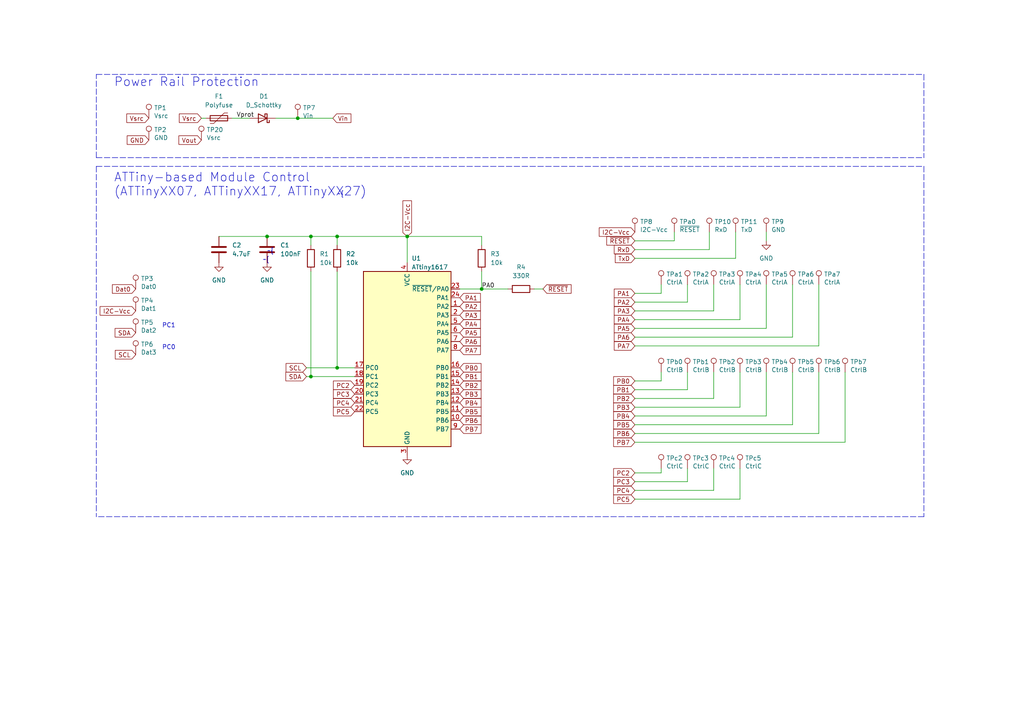
<source format=kicad_sch>
(kicad_sch (version 20211123) (generator eeschema)
  (paper "A4")
  (lib_symbols
    (symbol "Connector:TestPoint" (pin_numbers hide) (pin_names (offset 0.762) hide)
      (property "Reference" "TP" (at 0 6.858 0))
      (property "Value" "TestPoint" (at 0 5.08 0))
      (symbol "TestPoint_0_1"
        (circle (center 0 3.302) (radius 0.762))
      )
      (symbol "TestPoint_1_1"
        (pin passive line (at 0 0 90) (length 2.54) (name "1") (number "1"))
      )
    )
    (symbol "Device:C" (pin_numbers hide) (pin_names (offset 0.254))
      (property "Reference" "C" (at 0.635 2.54 0))
      (property "Value" "C" (at 0.635 -2.54 0))
      (symbol "C_0_1"
        (polyline (pts (xy -2.032 -0.762) (xy 2.032 -0.762)) (stroke (width 0.508)))
        (polyline (pts (xy -2.032 0.762) (xy 2.032 0.762)) (stroke (width 0.508)))
      )
      (symbol "C_1_1"
        (pin passive line (at 0 3.81 270) (length 2.794) (name "~") (number "1"))
        (pin passive line (at 0 -3.81 90) (length 2.794) (name "~") (number "2"))
      )
    )
    (symbol "Device:D_Schottky" (pin_numbers hide) (pin_names (offset 1.016) hide)
      (property "Reference" "D" (at 0 2.54 0))
      (property "Value" "D_Schottky" (at 0 -2.54 0))
      (symbol "D_Schottky_0_1"
        (polyline (pts (xy 1.27 0) (xy -1.27 0)))
        (polyline (pts (xy 1.27 1.27) (xy 1.27 -1.27) (xy -1.27 0) (xy 1.27 1.27)) (stroke (width 0.254)))
        (polyline (pts (xy -1.905 0.635) (xy -1.905 1.27) (xy -1.27 1.27) (xy -1.27 -1.27) (xy -0.635 -1.27) (xy -0.635 -0.635)) (stroke (width 0.254)))
      )
      (symbol "D_Schottky_1_1"
        (pin passive line (at -3.81 0 0) (length 2.54) (name "K") (number "1"))
        (pin passive line (at 3.81 0 180) (length 2.54) (name "A") (number "2"))
      )
    )
    (symbol "Device:Polyfuse" (pin_numbers hide) (pin_names (offset 0))
      (property "Reference" "F" (at -2.54 0 90))
      (property "Value" "Polyfuse" (at 2.54 0 90))
      (symbol "Polyfuse_0_1"
        (rectangle (start -0.762 2.54) (end 0.762 -2.54) (stroke (width 0.254)))
        (polyline (pts (xy 0 2.54) (xy 0 -2.54)))
        (polyline (pts (xy -1.524 2.54) (xy -1.524 1.524) (xy 1.524 -1.524) (xy 1.524 -2.54)))
      )
      (symbol "Polyfuse_1_1"
        (pin passive line (at 0 3.81 270) (length 1.27) (name "~") (number "1"))
        (pin passive line (at 0 -3.81 90) (length 1.27) (name "~") (number "2"))
      )
    )
    (symbol "Device:R" (pin_numbers hide) (pin_names (offset 0))
      (property "Reference" "R" (at 2.032 0 90))
      (property "Value" "R" (at 0 0 90))
      (symbol "R_0_1"
        (rectangle (start -1.016 -2.54) (end 1.016 2.54) (stroke (width 0.254)))
      )
      (symbol "R_1_1"
        (pin passive line (at 0 3.81 270) (length 1.27) (name "~") (number "1"))
        (pin passive line (at 0 -3.81 90) (length 1.27) (name "~") (number "2"))
      )
    )
    (symbol "MCU_Microchip_ATtiny:ATtiny817-M"
      (property "Reference" "U" (at -12.7 26.67 0))
      (property "Value" "ATtiny817-M" (at 2.54 -26.67 0))
      (symbol "ATtiny817-M_0_1"
        (rectangle (start -12.7 -25.4) (end 12.7 25.4) (stroke (width 0.254)) (fill (type background)))
      )
      (symbol "ATtiny817-M_1_1"
        (pin bidirectional line (at 15.24 15.24 180) (length 2.54) (name "PA2") (number "1"))
        (pin bidirectional line (at 15.24 -17.78 180) (length 2.54) (name "PB6") (number "10"))
        (pin bidirectional line (at 15.24 -15.24 180) (length 2.54) (name "PB5") (number "11"))
        (pin bidirectional line (at 15.24 -12.7 180) (length 2.54) (name "PB4") (number "12"))
        (pin bidirectional line (at 15.24 -10.16 180) (length 2.54) (name "PB3") (number "13"))
        (pin bidirectional line (at 15.24 -7.62 180) (length 2.54) (name "PB2") (number "14"))
        (pin bidirectional line (at 15.24 -5.08 180) (length 2.54) (name "PB1") (number "15"))
        (pin bidirectional line (at 15.24 -2.54 180) (length 2.54) (name "PB0") (number "16"))
        (pin bidirectional line (at -15.24 -2.54 0) (length 2.54) (name "PC0") (number "17"))
        (pin bidirectional line (at -15.24 -5.08 0) (length 2.54) (name "PC1") (number "18"))
        (pin bidirectional line (at -15.24 -7.62 0) (length 2.54) (name "PC2") (number "19"))
        (pin bidirectional line (at 15.24 12.7 180) (length 2.54) (name "PA3") (number "2"))
        (pin bidirectional line (at -15.24 -10.16 0) (length 2.54) (name "PC3") (number "20"))
        (pin bidirectional line (at -15.24 -12.7 0) (length 2.54) (name "PC4") (number "21"))
        (pin bidirectional line (at -15.24 -15.24 0) (length 2.54) (name "PC5") (number "22"))
        (pin bidirectional line (at 15.24 20.32 180) (length 2.54) (name "~{RESET}/PA0") (number "23"))
        (pin bidirectional line (at 15.24 17.78 180) (length 2.54) (name "PA1") (number "24"))
        (pin passive line (at 0 -27.94 90) (length 2.54) hide (name "GND") (number "25"))
        (pin power_in line (at 0 -27.94 90) (length 2.54) (name "GND") (number "3"))
        (pin power_in line (at 0 27.94 270) (length 2.54) (name "VCC") (number "4"))
        (pin bidirectional line (at 15.24 10.16 180) (length 2.54) (name "PA4") (number "5"))
        (pin bidirectional line (at 15.24 7.62 180) (length 2.54) (name "PA5") (number "6"))
        (pin bidirectional line (at 15.24 5.08 180) (length 2.54) (name "PA6") (number "7"))
        (pin bidirectional line (at 15.24 2.54 180) (length 2.54) (name "PA7") (number "8"))
        (pin bidirectional line (at 15.24 -20.32 180) (length 2.54) (name "PB7") (number "9"))
      )
    )
    (symbol "power:GND" (power) (pin_names (offset 0))
      (property "Value" "GND" (at 0 -3.81 0))
      (symbol "GND_0_1"
        (polyline (pts (xy 0 0) (xy 0 -1.27) (xy 1.27 -1.27) (xy 0 -2.54) (xy -1.27 -1.27) (xy 0 -1.27)))
      )
      (symbol "GND_1_1"
        (pin power_in line (at 0 0 270) (length 0) hide (name "GND") (number "1"))
      )
    )
  )
  (junction (at 139.7 83.82))
  (junction (at 118.11 68.58))
  (junction (at 90.17 109.22))
  (junction (at 86.36 34.29))
  (junction (at 97.79 106.68))
  (junction (at 97.79 68.58))
  (junction (at 77.47 68.58))
  (junction (at 90.17 68.58))
  (wire (pts (xy 191.77 135.89) (xy 191.77 137.16)))
  (wire (pts (xy 191.77 85.09) (xy 191.77 82.55)))
  (wire (pts (xy 118.11 68.58) (xy 139.7 68.58)))
  (wire (pts (xy 184.15 69.85) (xy 195.58 69.85)))
  (wire (pts (xy 214.63 135.89) (xy 214.63 144.78)))
  (wire (pts (xy 237.49 125.73) (xy 237.49 107.95)))
  (wire (pts (xy 229.87 97.79) (xy 229.87 82.55)))
  (wire (pts (xy 222.25 95.25) (xy 222.25 82.55)))
  (wire (pts (xy 139.7 78.74) (xy 139.7 83.82)))
  (wire (pts (xy 118.11 68.58) (xy 118.11 76.2)))
  (wire (pts (xy 184.15 120.65) (xy 222.25 120.65)))
  (wire (pts (xy 184.15 87.63) (xy 199.39 87.63)))
  (wire (pts (xy 80.01 34.29) (xy 86.36 34.29)))
  (wire (pts (xy 184.15 92.71) (xy 214.63 92.71)))
  (wire (pts (xy 205.74 72.39) (xy 205.74 67.31)))
  (wire (pts (xy 90.17 68.58) (xy 97.79 68.58)))
  (wire (pts (xy 222.25 69.85) (xy 222.25 67.31)))
  (wire (pts (xy 86.36 34.29) (xy 96.52 34.29)))
  (wire (pts (xy 184.15 115.57) (xy 207.01 115.57)))
  (polyline (pts (xy 27.94 45.72) (xy 27.94 21.59)))
  (polyline (pts (xy 267.97 21.59) (xy 267.97 45.72)))
  (wire (pts (xy 88.9 106.68) (xy 97.79 106.68)))
  (wire (pts (xy 191.77 110.49) (xy 191.77 107.95)))
  (wire (pts (xy 214.63 107.95) (xy 214.63 118.11)))
  (wire (pts (xy 90.17 109.22) (xy 102.87 109.22)))
  (wire (pts (xy 97.79 78.74) (xy 97.79 106.68)))
  (wire (pts (xy 184.15 110.49) (xy 191.77 110.49)))
  (wire (pts (xy 184.15 142.24) (xy 207.01 142.24)))
  (wire (pts (xy 139.7 83.82) (xy 147.32 83.82)))
  (wire (pts (xy 184.15 74.93) (xy 213.36 74.93)))
  (wire (pts (xy 88.9 109.22) (xy 90.17 109.22)))
  (wire (pts (xy 133.35 83.82) (xy 139.7 83.82)))
  (wire (pts (xy 184.15 97.79) (xy 229.87 97.79)))
  (wire (pts (xy 97.79 68.58) (xy 97.79 71.12)))
  (wire (pts (xy 184.15 144.78) (xy 214.63 144.78)))
  (wire (pts (xy 63.5 68.58) (xy 77.47 68.58)))
  (wire (pts (xy 184.15 113.03) (xy 199.39 113.03)))
  (wire (pts (xy 199.39 113.03) (xy 199.39 107.95)))
  (wire (pts (xy 184.15 90.17) (xy 207.01 90.17)))
  (polyline (pts (xy 27.94 48.26) (xy 267.97 48.26)))
  (wire (pts (xy 184.15 118.11) (xy 214.63 118.11)))
  (polyline (pts (xy 27.94 45.72) (xy 267.97 45.72)))
  (wire (pts (xy 97.79 106.68) (xy 102.87 106.68)))
  (wire (pts (xy 229.87 123.19) (xy 229.87 107.95)))
  (wire (pts (xy 67.31 34.29) (xy 72.39 34.29)))
  (wire (pts (xy 97.79 68.58) (xy 118.11 68.58)))
  (wire (pts (xy 139.7 68.58) (xy 139.7 71.12)))
  (polyline (pts (xy 27.94 48.26) (xy 27.94 149.86)))
  (wire (pts (xy 184.15 128.27) (xy 245.11 128.27)))
  (wire (pts (xy 90.17 68.58) (xy 90.17 71.12)))
  (wire (pts (xy 184.15 85.09) (xy 191.77 85.09)))
  (wire (pts (xy 184.15 95.25) (xy 222.25 95.25)))
  (polyline (pts (xy 267.97 48.26) (xy 267.97 149.86)))
  (wire (pts (xy 195.58 69.85) (xy 195.58 67.31)))
  (wire (pts (xy 90.17 78.74) (xy 90.17 109.22)))
  (wire (pts (xy 214.63 82.55) (xy 214.63 92.71)))
  (wire (pts (xy 207.01 115.57) (xy 207.01 107.95)))
  (wire (pts (xy 245.11 128.27) (xy 245.11 107.95)))
  (wire (pts (xy 207.01 90.17) (xy 207.01 82.55)))
  (wire (pts (xy 184.15 125.73) (xy 237.49 125.73)))
  (wire (pts (xy 207.01 142.24) (xy 207.01 135.89)))
  (wire (pts (xy 184.15 72.39) (xy 205.74 72.39)))
  (wire (pts (xy 184.15 139.7) (xy 199.39 139.7)))
  (wire (pts (xy 213.36 74.93) (xy 213.36 67.31)))
  (wire (pts (xy 154.94 83.82) (xy 157.48 83.82)))
  (polyline (pts (xy 267.97 149.86) (xy 27.94 149.86)))
  (wire (pts (xy 184.15 137.16) (xy 191.77 137.16)))
  (polyline (pts (xy 27.94 21.59) (xy 267.97 21.59)))
  (wire (pts (xy 222.25 120.65) (xy 222.25 107.95)))
  (wire (pts (xy 237.49 100.33) (xy 237.49 82.55)))
  (wire (pts (xy 199.39 87.63) (xy 199.39 82.55)))
  (wire (pts (xy 199.39 139.7) (xy 199.39 135.89)))
  (wire (pts (xy 184.15 100.33) (xy 237.49 100.33)))
  (wire (pts (xy 77.47 68.58) (xy 90.17 68.58)))
  (wire (pts (xy 184.15 123.19) (xy 229.87 123.19)))
  (wire (pts (xy 59.69 34.29) (xy 58.42 34.29)))
  (text "Power Rail Protection" (at 33.02 25.4 0) (effects (font (size 2.54 2.54)) (justify left bottom)))
  (text "~{" (at 77.47 73.66 0) (effects (font (size 1.27 1.27)) (justify left bottom)))
  (text "PC0" (at 46.99 101.6 0) (effects (font (size 1.27 1.27)) (justify left bottom)))
  (text "~{" (at 76.2 76.2 0) (effects (font (size 1.27 1.27)) (justify left bottom)))
  (text "ATTiny-based Module Control\n(ATTinyXX07, ATTinyXX17, ATTinyXX27)" (at 33.02 57.15 0) (effects (font (size 2.54 2.54)) (justify left bottom)))
  (text "PC1" (at 46.99 95.25 0) (effects (font (size 1.27 1.27)) (justify left bottom)))
  (text "~{" (at 97.79 57.15 0) (effects (font (size 1.27 1.27)) (justify left bottom)))
  (label "PA0" (at 139.7 83.82 0))
  (label "Vprot" (at 68.58 34.29 0))
  (global_label "RxD" (shape input) (at 184.15 72.39 180) (property "Intersheet References" "${INTERSHEET_REFS}" (effects hide)))
  (global_label "PB6" (shape input) (at 133.35 121.92 0) (property "Intersheet References" "${INTERSHEET_REFS}" (effects hide)))
  (global_label "I2C-Vcc" (shape input) (at 118.11 68.58 90) (property "Intersheet References" "${INTERSHEET_REFS}" (effects hide)))
  (global_label "PB1" (shape input) (at 184.15 113.03 180) (property "Intersheet References" "${INTERSHEET_REFS}" (effects hide)))
  (global_label "PB4" (shape input) (at 184.15 120.65 180) (property "Intersheet References" "${INTERSHEET_REFS}" (effects hide)))
  (global_label "PA4" (shape input) (at 184.15 92.71 180) (property "Intersheet References" "${INTERSHEET_REFS}" (effects hide)))
  (global_label "TxD" (shape input) (at 184.15 74.93 180) (property "Intersheet References" "${INTERSHEET_REFS}" (effects hide)))
  (global_label "PB0" (shape input) (at 184.15 110.49 180) (property "Intersheet References" "${INTERSHEET_REFS}" (effects hide)))
  (global_label "PC3" (shape input) (at 184.15 139.7 180) (property "Intersheet References" "${INTERSHEET_REFS}" (effects hide)))
  (global_label "PA2" (shape input) (at 133.35 88.9 0) (property "Intersheet References" "${INTERSHEET_REFS}" (effects hide)))
  (global_label "I2C-Vcc" (shape input) (at 184.15 67.31 180) (property "Intersheet References" "${INTERSHEET_REFS}" (effects hide)))
  (global_label "PC4" (shape input) (at 184.15 142.24 180) (property "Intersheet References" "${INTERSHEET_REFS}" (effects hide)))
  (global_label "PA2" (shape input) (at 184.15 87.63 180) (property "Intersheet References" "${INTERSHEET_REFS}" (effects hide)))
  (global_label "PA6" (shape input) (at 133.35 99.06 0) (property "Intersheet References" "${INTERSHEET_REFS}" (effects hide)))
  (global_label "PB3" (shape input) (at 184.15 118.11 180) (property "Intersheet References" "${INTERSHEET_REFS}" (effects hide)))
  (global_label "SDA" (shape input) (at 39.37 96.52 180) (property "Intersheet References" "${INTERSHEET_REFS}" (effects hide)))
  (global_label "PB6" (shape input) (at 184.15 125.73 180) (property "Intersheet References" "${INTERSHEET_REFS}" (effects hide)))
  (global_label "PA5" (shape input) (at 184.15 95.25 180) (property "Intersheet References" "${INTERSHEET_REFS}" (effects hide)))
  (global_label "Vin" (shape input) (at 96.52 34.29 0) (property "Intersheet References" "${INTERSHEET_REFS}" (effects hide)))
  (global_label "PC3" (shape input) (at 102.87 114.3 180) (property "Intersheet References" "${INTERSHEET_REFS}" (effects hide)))
  (global_label "PC2" (shape input) (at 184.15 137.16 180) (property "Intersheet References" "${INTERSHEET_REFS}" (effects hide)))
  (global_label "PA4" (shape input) (at 133.35 93.98 0) (property "Intersheet References" "${INTERSHEET_REFS}" (effects hide)))
  (global_label "~{RESET}" (shape input) (at 184.15 69.85 180) (property "Intersheet References" "${INTERSHEET_REFS}" (effects hide)))
  (global_label "PB5" (shape input) (at 184.15 123.19 180) (property "Intersheet References" "${INTERSHEET_REFS}" (effects hide)))
  (global_label "PA3" (shape input) (at 184.15 90.17 180) (property "Intersheet References" "${INTERSHEET_REFS}" (effects hide)))
  (global_label "PB5" (shape input) (at 133.35 119.38 0) (property "Intersheet References" "${INTERSHEET_REFS}" (effects hide)))
  (global_label "PB1" (shape input) (at 133.35 109.22 0) (property "Intersheet References" "${INTERSHEET_REFS}" (effects hide)))
  (global_label "GND" (shape input) (at 43.18 40.64 180) (property "Intersheet References" "${INTERSHEET_REFS}" (effects hide)))
  (global_label "SDA" (shape input) (at 88.9 109.22 180) (property "Intersheet References" "${INTERSHEET_REFS}" (effects hide)))
  (global_label "PA1" (shape input) (at 184.15 85.09 180) (property "Intersheet References" "${INTERSHEET_REFS}" (effects hide)))
  (global_label "PB2" (shape input) (at 133.35 111.76 0) (property "Intersheet References" "${INTERSHEET_REFS}" (effects hide)))
  (global_label "Vsrc" (shape input) (at 43.18 34.29 180) (property "Intersheet References" "${INTERSHEET_REFS}" (effects hide)))
  (global_label "PA7" (shape input) (at 184.15 100.33 180) (property "Intersheet References" "${INTERSHEET_REFS}" (effects hide)))
  (global_label "PA3" (shape input) (at 133.35 91.44 0) (property "Intersheet References" "${INTERSHEET_REFS}" (effects hide)))
  (global_label "Vsrc" (shape input) (at 58.42 34.29 180) (property "Intersheet References" "${INTERSHEET_REFS}" (effects hide)))
  (global_label "PB2" (shape input) (at 184.15 115.57 180) (property "Intersheet References" "${INTERSHEET_REFS}" (effects hide)))
  (global_label "PC5" (shape input) (at 102.87 119.38 180) (property "Intersheet References" "${INTERSHEET_REFS}" (effects hide)))
  (global_label "~{RESET}" (shape input) (at 157.48 83.82 0) (property "Intersheet References" "${INTERSHEET_REFS}" (effects hide)))
  (global_label "PA6" (shape input) (at 184.15 97.79 180) (property "Intersheet References" "${INTERSHEET_REFS}" (effects hide)))
  (global_label "PC5" (shape input) (at 184.15 144.78 180) (property "Intersheet References" "${INTERSHEET_REFS}" (effects hide)))
  (global_label "Dat0" (shape input) (at 39.37 83.82 180) (property "Intersheet References" "${INTERSHEET_REFS}" (effects hide)))
  (global_label "PB7" (shape input) (at 184.15 128.27 180) (property "Intersheet References" "${INTERSHEET_REFS}" (effects hide)))
  (global_label "PB3" (shape input) (at 133.35 114.3 0) (property "Intersheet References" "${INTERSHEET_REFS}" (effects hide)))
  (global_label "PC4" (shape input) (at 102.87 116.84 180) (property "Intersheet References" "${INTERSHEET_REFS}" (effects hide)))
  (global_label "SCL" (shape input) (at 39.37 102.87 180) (property "Intersheet References" "${INTERSHEET_REFS}" (effects hide)))
  (global_label "PB7" (shape input) (at 133.35 124.46 0) (property "Intersheet References" "${INTERSHEET_REFS}" (effects hide)))
  (global_label "SCL" (shape input) (at 88.9 106.68 180) (property "Intersheet References" "${INTERSHEET_REFS}" (effects hide)))
  (global_label "PA1" (shape input) (at 133.35 86.36 0) (property "Intersheet References" "${INTERSHEET_REFS}" (effects hide)))
  (global_label "PC2" (shape input) (at 102.87 111.76 180) (property "Intersheet References" "${INTERSHEET_REFS}" (effects hide)))
  (global_label "PA5" (shape input) (at 133.35 96.52 0) (property "Intersheet References" "${INTERSHEET_REFS}" (effects hide)))
  (global_label "PB4" (shape input) (at 133.35 116.84 0) (property "Intersheet References" "${INTERSHEET_REFS}" (effects hide)))
  (global_label "I2C-Vcc" (shape input) (at 39.37 90.17 180) (property "Intersheet References" "${INTERSHEET_REFS}" (effects hide)))
  (global_label "Vout" (shape input) (at 58.42 40.64 180) (property "Intersheet References" "${INTERSHEET_REFS}" (effects hide)))
  (global_label "PB0" (shape input) (at 133.35 106.68 0) (property "Intersheet References" "${INTERSHEET_REFS}" (effects hide)))
  (global_label "PA7" (shape input) (at 133.35 101.6 0) (property "Intersheet References" "${INTERSHEET_REFS}" (effects hide)))
  (symbol (lib_id "Connector:TestPoint") (at 39.37 83.82 0) (unit 1) (in_bom no)
    (property "Reference" "TP3" (at 40.8432 80.8228 0) (effects (justify left)))
    (property "Value" "Dat0" (at 40.8432 83.1342 0) (effects (justify left)))
    (property "Footprint" "tinker:TestPoint_THTPad_D1.0mm_Drill0.5mm" (effects hide))
  )
  (symbol (lib_id "Device:Polyfuse") (at 63.5 34.29 90) (unit 1)
    (property "Reference" "F1" (at 63.5 27.94 90))
    (property "Value" "Polyfuse" (at 63.5 30.48 90))
    (property "Footprint" "tinker:F1206" (effects hide))
    (property "Datasheet" "https://www.lcsc.com/datasheet/lcsc_datasheet_2305121424_BHFUSE-BSMD1206L-260_C960020.pdf" (effects hide))
    (property "LCSC" "C2977524 (random choice)" (effects hide))
    (property "Field5" "BHFuse BSMD1206 family" (effects hide))
    (property "Field6" "https://www.lcsc.com/products/Resettable-Fuses_11042.html?keyword=BSMD1206" (effects hide))
  )
  (symbol (lib_id "Connector:TestPoint") (at 39.37 102.87 0) (unit 1) (in_bom no)
    (property "Reference" "TP6" (at 40.8432 99.8728 0) (effects (justify left)))
    (property "Value" "Dat3" (at 40.8432 102.1842 0) (effects (justify left)))
    (property "Footprint" "tinker:TestPoint_THTPad_D1.0mm_Drill0.5mm" (effects hide))
  )
  (symbol (lib_id "Connector:TestPoint") (at 199.39 135.89 0) (unit 1) (in_bom no)
    (property "Reference" "TPc3" (at 200.8632 132.8928 0) (effects (justify left)))
    (property "Value" "CtrlC" (at 200.8632 135.2042 0) (effects (justify left)))
    (property "Footprint" "tinker:TestPoint_THTPad_D1.0mm_Drill0.5mm" (effects hide))
  )
  (symbol (lib_id "Connector:TestPoint") (at 214.63 107.95 0) (unit 1) (in_bom no)
    (property "Reference" "TPb3" (at 216.1032 104.9528 0) (effects (justify left)))
    (property "Value" "CtrlB" (at 216.1032 107.2642 0) (effects (justify left)))
    (property "Footprint" "tinker:TestPoint_THTPad_D1.0mm_Drill0.5mm" (effects hide))
  )
  (symbol (lib_id "Connector:TestPoint") (at 191.77 82.55 0) (unit 1) (in_bom no)
    (property "Reference" "TPa1" (at 193.2432 79.5528 0) (effects (justify left)))
    (property "Value" "CtrlA" (at 193.2432 81.8642 0) (effects (justify left)))
    (property "Footprint" "tinker:TestPoint_THTPad_D1.0mm_Drill0.5mm" (effects hide))
  )
  (symbol (lib_id "Connector:TestPoint") (at 222.25 67.31 0) (unit 1) (in_bom no)
    (property "Reference" "TP9" (at 223.7232 64.3128 0) (effects (justify left)))
    (property "Value" "GND" (at 223.7232 66.6242 0) (effects (justify left)))
    (property "Footprint" "tinker:TestPoint_THTPad_D1.0mm_Drill0.5mm" (effects hide))
  )
  (symbol (lib_id "Device:R") (at 139.7 74.93 0) (unit 1)
    (property "Reference" "R3" (at 142.24 73.6599 0) (effects (justify left)))
    (property "Value" "10k" (at 142.24 76.1999 0) (effects (justify left)))
    (property "Footprint" "Resistor_SMD:R_0603_1608Metric" (effects hide))
    (property "LCSC" "C25804" (effects hide))
  )
  (symbol (lib_id "Connector:TestPoint") (at 205.74 67.31 0) (unit 1) (in_bom no) (on_board no)
    (property "Reference" "TP10" (at 207.2132 64.3128 0) (effects (justify left)))
    (property "Value" "RxD" (at 207.2132 66.6242 0) (effects (justify left)))
    (property "Footprint" "tinker:TestPoint_THTPad_D1.0mm_Drill0.5mm" (effects hide))
  )
  (symbol (lib_id "Connector:TestPoint") (at 195.58 67.31 0) (unit 1) (in_bom no)
    (property "Reference" "TPa0" (at 197.0532 64.3128 0) (effects (justify left)))
    (property "Value" "~{RESET}" (at 197.0532 66.6242 0) (effects (justify left)))
    (property "Footprint" "tinker:TestPoint_THTPad_D1.0mm_Drill0.5mm" (effects hide))
  )
  (symbol (lib_id "Connector:TestPoint") (at 39.37 96.52 0) (unit 1) (in_bom no)
    (property "Reference" "TP5" (at 40.8432 93.5228 0) (effects (justify left)))
    (property "Value" "Dat2" (at 40.8432 95.8342 0) (effects (justify left)))
    (property "Footprint" "tinker:TestPoint_THTPad_D1.0mm_Drill0.5mm" (effects hide))
  )
  (symbol (lib_id "Connector:TestPoint") (at 222.25 82.55 0) (unit 1) (in_bom no)
    (property "Reference" "TPa5" (at 223.7232 79.5528 0) (effects (justify left)))
    (property "Value" "CtrlA" (at 223.7232 81.8642 0) (effects (justify left)))
    (property "Footprint" "tinker:TestPoint_THTPad_D1.0mm_Drill0.5mm" (effects hide))
  )
  (symbol (lib_id "Connector:TestPoint") (at 237.49 82.55 0) (unit 1) (in_bom no)
    (property "Reference" "TPa7" (at 238.9632 79.5528 0) (effects (justify left)))
    (property "Value" "CtrlA" (at 238.9632 81.8642 0) (effects (justify left)))
    (property "Footprint" "tinker:TestPoint_THTPad_D1.0mm_Drill0.5mm" (effects hide))
  )
  (symbol (lib_id "Connector:TestPoint") (at 207.01 82.55 0) (unit 1) (in_bom no)
    (property "Reference" "TPa3" (at 208.4832 79.5528 0) (effects (justify left)))
    (property "Value" "CtrlA" (at 208.4832 81.8642 0) (effects (justify left)))
    (property "Footprint" "tinker:TestPoint_THTPad_D1.0mm_Drill0.5mm" (effects hide))
  )
  (symbol (lib_id "Device:D_Schottky") (at 76.2 34.29 180) (unit 1)
    (property "Reference" "D1" (at 76.5175 27.94 0))
    (property "Value" "D_Schottky" (at 76.5175 30.48 0))
    (property "Footprint" "Diode_SMD:D_SMA" (effects hide))
    (property "LCSC" "C3040450" (effects hide))
  )
  (symbol (lib_id "Connector:TestPoint") (at 184.15 67.31 0) (unit 1) (in_bom no)
    (property "Reference" "TP8" (at 185.6232 64.3128 0) (effects (justify left)))
    (property "Value" "I2C-Vcc" (at 185.6232 66.6242 0) (effects (justify left)))
    (property "Footprint" "tinker:TestPoint_THTPad_D1.0mm_Drill0.5mm" (effects hide))
  )
  (symbol (lib_id "Connector:TestPoint") (at 214.63 82.55 0) (unit 1) (in_bom no)
    (property "Reference" "TPa4" (at 216.1032 79.5528 0) (effects (justify left)))
    (property "Value" "CtrlA" (at 216.1032 81.8642 0) (effects (justify left)))
    (property "Footprint" "tinker:TestPoint_THTPad_D1.0mm_Drill0.5mm" (effects hide))
  )
  (symbol (lib_id "power:GND") (at 118.11 132.08 0) (unit 1)
    (property "Reference" "#PWR0103" (effects hide))
    (property "Value" "GND" (at 118.11 137.16 0))
  )
  (symbol (lib_id "Connector:TestPoint") (at 191.77 107.95 0) (unit 1) (in_bom no)
    (property "Reference" "TPb0" (at 193.2432 104.9528 0) (effects (justify left)))
    (property "Value" "CtrlB" (at 193.2432 107.2642 0) (effects (justify left)))
    (property "Footprint" "tinker:TestPoint_THTPad_D1.0mm_Drill0.5mm" (effects hide))
  )
  (symbol (lib_id "Connector:TestPoint") (at 207.01 107.95 0) (unit 1) (in_bom no)
    (property "Reference" "TPb2" (at 208.4832 104.9528 0) (effects (justify left)))
    (property "Value" "CtrlB" (at 208.4832 107.2642 0) (effects (justify left)))
    (property "Footprint" "tinker:TestPoint_THTPad_D1.0mm_Drill0.5mm" (effects hide))
  )
  (symbol (lib_id "Connector:TestPoint") (at 207.01 135.89 0) (unit 1) (in_bom no)
    (property "Reference" "TPc4" (at 208.4832 132.8928 0) (effects (justify left)))
    (property "Value" "CtrlC" (at 208.4832 135.2042 0) (effects (justify left)))
    (property "Footprint" "tinker:TestPoint_THTPad_D1.0mm_Drill0.5mm" (effects hide))
  )
  (symbol (lib_id "Connector:TestPoint") (at 237.49 107.95 0) (unit 1) (in_bom no)
    (property "Reference" "TPb6" (at 238.9632 104.9528 0) (effects (justify left)))
    (property "Value" "CtrlB" (at 238.9632 107.2642 0) (effects (justify left)))
    (property "Footprint" "tinker:TestPoint_THTPad_D1.0mm_Drill0.5mm" (effects hide))
  )
  (symbol (lib_id "Connector:TestPoint") (at 229.87 107.95 0) (unit 1) (in_bom no)
    (property "Reference" "TPb5" (at 231.3432 104.9528 0) (effects (justify left)))
    (property "Value" "CtrlB" (at 231.3432 107.2642 0) (effects (justify left)))
    (property "Footprint" "tinker:TestPoint_THTPad_D1.0mm_Drill0.5mm" (effects hide))
  )
  (symbol (lib_id "Connector:TestPoint") (at 245.11 107.95 0) (unit 1) (in_bom no)
    (property "Reference" "TPb7" (at 246.5832 104.9528 0) (effects (justify left)))
    (property "Value" "CtrlB" (at 246.5832 107.2642 0) (effects (justify left)))
    (property "Footprint" "tinker:TestPoint_THTPad_D1.0mm_Drill0.5mm" (effects hide))
  )
  (symbol (lib_id "Connector:TestPoint") (at 58.42 40.64 0) (unit 1) (in_bom no) (on_board no)
    (property "Reference" "TP20" (at 59.8932 37.6428 0) (effects (justify left)))
    (property "Value" "Vsrc" (at 59.8932 39.9542 0) (effects (justify left)))
    (property "Footprint" "tinker:TestPoint_THTPad_D1.0mm_Drill0.5mm" (effects hide))
  )
  (symbol (lib_id "Connector:TestPoint") (at 229.87 82.55 0) (unit 1) (in_bom no)
    (property "Reference" "TPa6" (at 231.3432 79.5528 0) (effects (justify left)))
    (property "Value" "CtrlA" (at 231.3432 81.8642 0) (effects (justify left)))
    (property "Footprint" "tinker:TestPoint_THTPad_D1.0mm_Drill0.5mm" (effects hide))
  )
  (symbol (lib_id "Connector:TestPoint") (at 86.36 34.29 0) (unit 1) (in_bom no)
    (property "Reference" "TP7" (at 87.8332 31.2928 0) (effects (justify left)))
    (property "Value" "Vin" (at 87.8332 33.6042 0) (effects (justify left)))
    (property "Footprint" "tinker:TestPoint_THTPad_D1.0mm_Drill0.5mm" (effects hide))
  )
  (symbol (lib_id "MCU_Microchip_ATtiny:ATtiny817-M") (at 118.11 104.14 0) (unit 1)
    (property "Reference" "U1" (at 119.38 74.93 0) (effects (justify left)))
    (property "Value" "ATtiny1617" (at 119.38 77.47 0) (effects (justify left)))
    (property "Footprint" "Package_DFN_QFN:QFN-24-1EP_4x4mm_P0.5mm_EP2.6x2.6mm" (effects hide))
    (property "Datasheet" "http://ww1.microchip.com/downloads/en/DeviceDoc/40001901B.pdf" (effects hide))
    (property "LCSC" "C1340514" (effects hide))
  )
  (symbol (lib_id "Connector:TestPoint") (at 222.25 107.95 0) (unit 1) (in_bom no)
    (property "Reference" "TPb4" (at 223.7232 104.9528 0) (effects (justify left)))
    (property "Value" "CtrlB" (at 223.7232 107.2642 0) (effects (justify left)))
    (property "Footprint" "tinker:TestPoint_THTPad_D1.0mm_Drill0.5mm" (effects hide))
  )
  (symbol (lib_id "power:GND") (at 63.5 76.2 0) (unit 1)
    (property "Reference" "#PWR0102" (effects hide))
    (property "Value" "GND" (at 63.5 81.28 0))
  )
  (symbol (lib_id "power:GND") (at 77.47 76.2 0) (unit 1)
    (property "Reference" "#PWR0101" (effects hide))
    (property "Value" "GND" (at 77.47 81.28 0))
  )
  (symbol (lib_id "Connector:TestPoint") (at 199.39 107.95 0) (unit 1) (in_bom no)
    (property "Reference" "TPb1" (at 200.8632 104.9528 0) (effects (justify left)))
    (property "Value" "CtrlB" (at 200.8632 107.2642 0) (effects (justify left)))
    (property "Footprint" "tinker:TestPoint_THTPad_D1.0mm_Drill0.5mm" (effects hide))
  )
  (symbol (lib_id "Connector:TestPoint") (at 191.77 135.89 0) (unit 1) (in_bom no)
    (property "Reference" "TPc2" (at 193.2432 132.8928 0) (effects (justify left)))
    (property "Value" "CtrlC" (at 193.2432 135.2042 0) (effects (justify left)))
    (property "Footprint" "tinker:TestPoint_THTPad_D1.0mm_Drill0.5mm" (effects hide))
  )
  (symbol (lib_id "Connector:TestPoint") (at 39.37 90.17 0) (unit 1) (in_bom no)
    (property "Reference" "TP4" (at 40.8432 87.1728 0) (effects (justify left)))
    (property "Value" "Dat1" (at 40.8432 89.4842 0) (effects (justify left)))
    (property "Footprint" "tinker:TestPoint_THTPad_D1.0mm_Drill0.5mm" (effects hide))
  )
  (symbol (lib_id "Device:C") (at 63.5 72.39 0) (unit 1)
    (property "Reference" "C2" (at 67.31 71.1199 0) (effects (justify left)))
    (property "Value" "4.7uF" (at 67.31 73.6599 0) (effects (justify left)))
    (property "Footprint" "Capacitor_SMD:C_0805_2012Metric" (effects hide))
    (property "LCSC" "C107153" (effects hide))
  )
  (symbol (lib_id "Device:R") (at 97.79 74.93 0) (unit 1)
    (property "Reference" "R2" (at 100.33 73.6599 0) (effects (justify left)))
    (property "Value" "10k" (at 100.33 76.1999 0) (effects (justify left)))
    (property "Footprint" "Resistor_SMD:R_0603_1608Metric" (effects hide))
    (property "LCSC" "C25804" (effects hide))
  )
  (symbol (lib_id "Connector:TestPoint") (at 214.63 135.89 0) (unit 1) (in_bom no)
    (property "Reference" "TPc5" (at 216.1032 132.8928 0) (effects (justify left)))
    (property "Value" "CtrlC" (at 216.1032 135.2042 0) (effects (justify left)))
    (property "Footprint" "tinker:TestPoint_THTPad_D1.0mm_Drill0.5mm" (effects hide))
  )
  (symbol (lib_id "Device:C") (at 77.47 72.39 0) (unit 1)
    (property "Reference" "C1" (at 81.28 71.1199 0) (effects (justify left)))
    (property "Value" "100nF" (at 81.28 73.6599 0) (effects (justify left)))
    (property "Footprint" "Capacitor_SMD:C_0603_1608Metric" (effects hide))
    (property "LCSC" "C14663" (effects hide))
  )
  (symbol (lib_id "Connector:TestPoint") (at 43.18 34.29 0) (unit 1) (in_bom no)
    (property "Reference" "TP1" (at 44.6532 31.2928 0) (effects (justify left)))
    (property "Value" "Vsrc" (at 44.6532 33.6042 0) (effects (justify left)))
    (property "Footprint" "tinker:TestPoint_THTPad_D1.0mm_Drill0.5mm" (effects hide))
  )
  (symbol (lib_id "Connector:TestPoint") (at 199.39 82.55 0) (unit 1) (in_bom no)
    (property "Reference" "TPa2" (at 200.8632 79.5528 0) (effects (justify left)))
    (property "Value" "CtrlA" (at 200.8632 81.8642 0) (effects (justify left)))
    (property "Footprint" "tinker:TestPoint_THTPad_D1.0mm_Drill0.5mm" (effects hide))
  )
  (symbol (lib_id "Connector:TestPoint") (at 213.36 67.31 0) (unit 1) (in_bom no) (on_board no)
    (property "Reference" "TP11" (at 214.8332 64.3128 0) (effects (justify left)))
    (property "Value" "TxD" (at 214.8332 66.6242 0) (effects (justify left)))
    (property "Footprint" "tinker:TestPoint_THTPad_D1.0mm_Drill0.5mm" (effects hide))
  )
  (symbol (lib_id "power:GND") (at 222.25 69.85 0) (unit 1)
    (property "Reference" "#PWR0106" (effects hide))
    (property "Value" "GND" (at 222.25 74.93 0))
  )
  (symbol (lib_id "Device:R") (at 151.13 83.82 90) (unit 1)
    (property "Reference" "R4" (at 151.13 77.47 90))
    (property "Value" "330R" (at 151.13 80.01 90))
    (property "Footprint" "Resistor_SMD:R_0603_1608Metric" (effects hide))
    (property "LCSC" "C23138" (effects hide))
  )
  (symbol (lib_id "Connector:TestPoint") (at 43.18 40.64 0) (unit 1) (in_bom no)
    (property "Reference" "TP2" (at 44.6532 37.6428 0) (effects (justify left)))
    (property "Value" "GND" (at 44.6532 39.9542 0) (effects (justify left)))
    (property "Footprint" "tinker:TestPoint_THTPad_D1.0mm_Drill0.5mm" (effects hide))
  )
  (symbol (lib_id "Device:R") (at 90.17 74.93 0) (unit 1)
    (property "Reference" "R1" (at 92.71 73.6599 0) (effects (justify left)))
    (property "Value" "10k" (at 92.71 76.1999 0) (effects (justify left)))
    (property "Footprint" "Resistor_SMD:R_0603_1608Metric" (effects hide))
    (property "LCSC" "C25804" (effects hide))
  )
)
</source>
